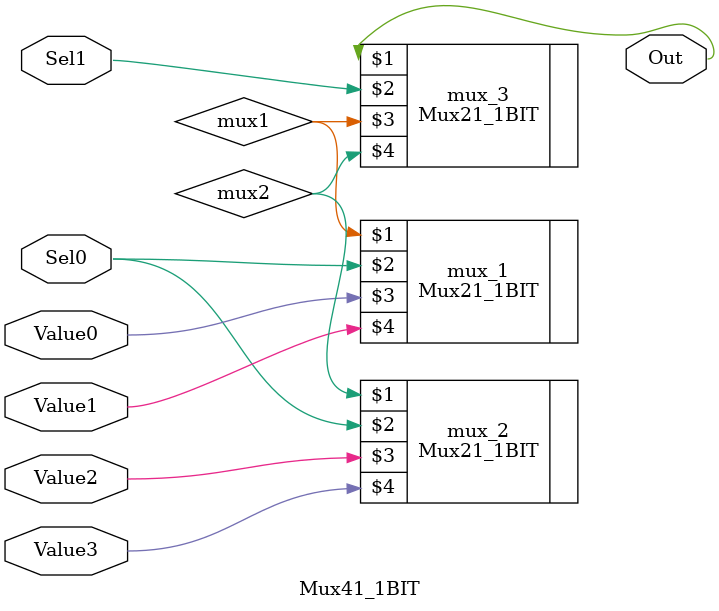
<source format=v>
module Mux41_1BIT(Out, Sel0, Sel1, Value0, Value1, Value2, Value3);
	input Sel0, Sel1, Value0, Value1, Value2, Value3;
	output Out;
	wire mux1, mux2;
	Mux21_1BIT mux_1(mux1, Sel0, Value0, Value1);
	Mux21_1BIT mux_2(mux2, Sel0, Value2, Value3);
	Mux21_1BIT mux_3(Out, Sel1, mux1, mux2);
endmodule
</source>
